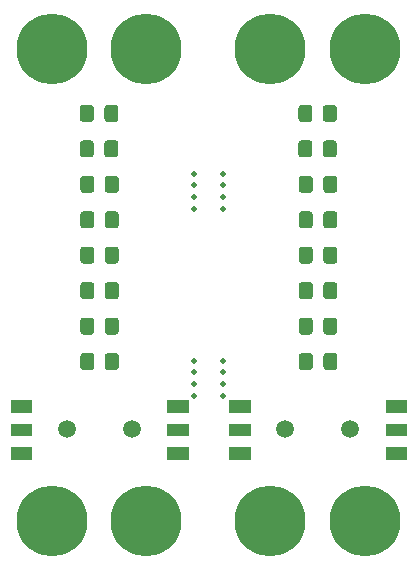
<source format=gbr>
G04 #@! TF.GenerationSoftware,KiCad,Pcbnew,5.1.10*
G04 #@! TF.CreationDate,2021-09-23T13:58:25+02:00*
G04 #@! TF.ProjectId,char-panel,63686172-2d70-4616-9e65-6c2e6b696361,rev?*
G04 #@! TF.SameCoordinates,Original*
G04 #@! TF.FileFunction,Soldermask,Bot*
G04 #@! TF.FilePolarity,Negative*
%FSLAX46Y46*%
G04 Gerber Fmt 4.6, Leading zero omitted, Abs format (unit mm)*
G04 Created by KiCad (PCBNEW 5.1.10) date 2021-09-23 13:58:25*
%MOMM*%
%LPD*%
G01*
G04 APERTURE LIST*
%ADD10C,0.100000*%
%ADD11C,0.500000*%
%ADD12C,6.000000*%
%ADD13C,1.500000*%
G04 APERTURE END LIST*
D10*
G36*
X83750010Y-88500001D02*
G01*
X82000010Y-88500001D01*
X82000010Y-87500001D01*
X83750010Y-87500001D01*
X83750010Y-88500001D01*
G37*
X83750010Y-88500001D02*
X82000010Y-88500001D01*
X82000010Y-87500001D01*
X83750010Y-87500001D01*
X83750010Y-88500001D01*
G36*
X83750010Y-86500001D02*
G01*
X82000010Y-86500001D01*
X82000010Y-85500001D01*
X83750010Y-85500001D01*
X83750010Y-86500001D01*
G37*
X83750010Y-86500001D02*
X82000010Y-86500001D01*
X82000010Y-85500001D01*
X83750010Y-85500001D01*
X83750010Y-86500001D01*
G36*
X83750010Y-84500001D02*
G01*
X82000010Y-84500001D01*
X82000010Y-83500001D01*
X83750010Y-83500001D01*
X83750010Y-84500001D01*
G37*
X83750010Y-84500001D02*
X82000010Y-84500001D01*
X82000010Y-83500001D01*
X83750010Y-83500001D01*
X83750010Y-84500001D01*
G36*
X70500010Y-88500001D02*
G01*
X68750010Y-88500001D01*
X68750010Y-87500001D01*
X70500010Y-87500001D01*
X70500010Y-88500001D01*
G37*
X70500010Y-88500001D02*
X68750010Y-88500001D01*
X68750010Y-87500001D01*
X70500010Y-87500001D01*
X70500010Y-88500001D01*
G36*
X70500010Y-84500001D02*
G01*
X68750010Y-84500001D01*
X68750010Y-83500001D01*
X70500010Y-83500001D01*
X70500010Y-84500001D01*
G37*
X70500010Y-84500001D02*
X68750010Y-84500001D01*
X68750010Y-83500001D01*
X70500010Y-83500001D01*
X70500010Y-84500001D01*
G36*
X70500010Y-86500001D02*
G01*
X68750010Y-86500001D01*
X68750010Y-85500001D01*
X70500010Y-85500001D01*
X70500010Y-86500001D01*
G37*
X70500010Y-86500001D02*
X68750010Y-86500001D01*
X68750010Y-85500001D01*
X70500010Y-85500001D01*
X70500010Y-86500001D01*
G36*
X65250001Y-88500001D02*
G01*
X63500001Y-88500001D01*
X63500001Y-87500001D01*
X65250001Y-87500001D01*
X65250001Y-88500001D01*
G37*
X65250001Y-88500001D02*
X63500001Y-88500001D01*
X63500001Y-87500001D01*
X65250001Y-87500001D01*
X65250001Y-88500001D01*
G36*
X65250001Y-86500001D02*
G01*
X63500001Y-86500001D01*
X63500001Y-85500001D01*
X65250001Y-85500001D01*
X65250001Y-86500001D01*
G37*
X65250001Y-86500001D02*
X63500001Y-86500001D01*
X63500001Y-85500001D01*
X65250001Y-85500001D01*
X65250001Y-86500001D01*
G36*
X65250001Y-84500001D02*
G01*
X63500001Y-84500001D01*
X63500001Y-83500001D01*
X65250001Y-83500001D01*
X65250001Y-84500001D01*
G37*
X65250001Y-84500001D02*
X63500001Y-84500001D01*
X63500001Y-83500001D01*
X65250001Y-83500001D01*
X65250001Y-84500001D01*
G36*
X52000001Y-88500001D02*
G01*
X50250001Y-88500001D01*
X50250001Y-87500001D01*
X52000001Y-87500001D01*
X52000001Y-88500001D01*
G37*
X52000001Y-88500001D02*
X50250001Y-88500001D01*
X50250001Y-87500001D01*
X52000001Y-87500001D01*
X52000001Y-88500001D01*
G36*
X52000001Y-84500001D02*
G01*
X50250001Y-84500001D01*
X50250001Y-83500001D01*
X52000001Y-83500001D01*
X52000001Y-84500001D01*
G37*
X52000001Y-84500001D02*
X50250001Y-84500001D01*
X50250001Y-83500001D01*
X52000001Y-83500001D01*
X52000001Y-84500001D01*
G36*
X52000001Y-86500001D02*
G01*
X50250001Y-86500001D01*
X50250001Y-85500001D01*
X52000001Y-85500001D01*
X52000001Y-86500001D01*
G37*
X52000001Y-86500001D02*
X50250001Y-86500001D01*
X50250001Y-85500001D01*
X52000001Y-85500001D01*
X52000001Y-86500001D01*
D11*
G04 #@! TO.C,REF\u002A\u002A*
X68249002Y-83166671D03*
G04 #@! TD*
G04 #@! TO.C,REF\u002A\u002A*
X68249003Y-82166671D03*
G04 #@! TD*
G04 #@! TO.C,REF\u002A\u002A*
X68249003Y-81166671D03*
G04 #@! TD*
G04 #@! TO.C,REF\u002A\u002A*
X68249003Y-80166671D03*
G04 #@! TD*
G04 #@! TO.C,REF\u002A\u002A*
X68249006Y-67333335D03*
G04 #@! TD*
G04 #@! TO.C,REF\u002A\u002A*
X68249006Y-66333335D03*
G04 #@! TD*
G04 #@! TO.C,REF\u002A\u002A*
X68249006Y-65333335D03*
G04 #@! TD*
G04 #@! TO.C,REF\u002A\u002A*
X68249007Y-64333335D03*
G04 #@! TD*
G04 #@! TO.C,REF\u002A\u002A*
X65751000Y-80166671D03*
G04 #@! TD*
G04 #@! TO.C,REF\u002A\u002A*
X65751000Y-81166671D03*
G04 #@! TD*
G04 #@! TO.C,REF\u002A\u002A*
X65751000Y-82166671D03*
G04 #@! TD*
G04 #@! TO.C,REF\u002A\u002A*
X65751000Y-83166671D03*
G04 #@! TD*
G04 #@! TO.C,REF\u002A\u002A*
X65751000Y-64333335D03*
G04 #@! TD*
G04 #@! TO.C,REF\u002A\u002A*
X65751000Y-65333335D03*
G04 #@! TD*
G04 #@! TO.C,REF\u002A\u002A*
X65751000Y-66333335D03*
G04 #@! TD*
G04 #@! TO.C,REF\u002A\u002A*
X65751000Y-67333335D03*
G04 #@! TD*
G04 #@! TO.C,C1*
G36*
G01*
X77875010Y-58775001D02*
X77875010Y-59725001D01*
G75*
G02*
X77625010Y-59975001I-250000J0D01*
G01*
X76950010Y-59975001D01*
G75*
G02*
X76700010Y-59725001I0J250000D01*
G01*
X76700010Y-58775001D01*
G75*
G02*
X76950010Y-58525001I250000J0D01*
G01*
X77625010Y-58525001D01*
G75*
G02*
X77875010Y-58775001I0J-250000D01*
G01*
G37*
G36*
G01*
X75800010Y-58775001D02*
X75800010Y-59725001D01*
G75*
G02*
X75550010Y-59975001I-250000J0D01*
G01*
X74875010Y-59975001D01*
G75*
G02*
X74625010Y-59725001I0J250000D01*
G01*
X74625010Y-58775001D01*
G75*
G02*
X74875010Y-58525001I250000J0D01*
G01*
X75550010Y-58525001D01*
G75*
G02*
X75800010Y-58775001I0J-250000D01*
G01*
G37*
G04 #@! TD*
G04 #@! TO.C,C2*
G36*
G01*
X77875010Y-61775001D02*
X77875010Y-62725001D01*
G75*
G02*
X77625010Y-62975001I-250000J0D01*
G01*
X76950010Y-62975001D01*
G75*
G02*
X76700010Y-62725001I0J250000D01*
G01*
X76700010Y-61775001D01*
G75*
G02*
X76950010Y-61525001I250000J0D01*
G01*
X77625010Y-61525001D01*
G75*
G02*
X77875010Y-61775001I0J-250000D01*
G01*
G37*
G36*
G01*
X75800010Y-61775001D02*
X75800010Y-62725001D01*
G75*
G02*
X75550010Y-62975001I-250000J0D01*
G01*
X74875010Y-62975001D01*
G75*
G02*
X74625010Y-62725001I0J250000D01*
G01*
X74625010Y-61775001D01*
G75*
G02*
X74875010Y-61525001I250000J0D01*
G01*
X75550010Y-61525001D01*
G75*
G02*
X75800010Y-61775001I0J-250000D01*
G01*
G37*
G04 #@! TD*
G04 #@! TO.C,C3*
G36*
G01*
X77912510Y-64775001D02*
X77912510Y-65725001D01*
G75*
G02*
X77662510Y-65975001I-250000J0D01*
G01*
X76987510Y-65975001D01*
G75*
G02*
X76737510Y-65725001I0J250000D01*
G01*
X76737510Y-64775001D01*
G75*
G02*
X76987510Y-64525001I250000J0D01*
G01*
X77662510Y-64525001D01*
G75*
G02*
X77912510Y-64775001I0J-250000D01*
G01*
G37*
G36*
G01*
X75837510Y-64775001D02*
X75837510Y-65725001D01*
G75*
G02*
X75587510Y-65975001I-250000J0D01*
G01*
X74912510Y-65975001D01*
G75*
G02*
X74662510Y-65725001I0J250000D01*
G01*
X74662510Y-64775001D01*
G75*
G02*
X74912510Y-64525001I250000J0D01*
G01*
X75587510Y-64525001D01*
G75*
G02*
X75837510Y-64775001I0J-250000D01*
G01*
G37*
G04 #@! TD*
G04 #@! TO.C,C4*
G36*
G01*
X77912510Y-67775001D02*
X77912510Y-68725001D01*
G75*
G02*
X77662510Y-68975001I-250000J0D01*
G01*
X76987510Y-68975001D01*
G75*
G02*
X76737510Y-68725001I0J250000D01*
G01*
X76737510Y-67775001D01*
G75*
G02*
X76987510Y-67525001I250000J0D01*
G01*
X77662510Y-67525001D01*
G75*
G02*
X77912510Y-67775001I0J-250000D01*
G01*
G37*
G36*
G01*
X75837510Y-67775001D02*
X75837510Y-68725001D01*
G75*
G02*
X75587510Y-68975001I-250000J0D01*
G01*
X74912510Y-68975001D01*
G75*
G02*
X74662510Y-68725001I0J250000D01*
G01*
X74662510Y-67775001D01*
G75*
G02*
X74912510Y-67525001I250000J0D01*
G01*
X75587510Y-67525001D01*
G75*
G02*
X75837510Y-67775001I0J-250000D01*
G01*
G37*
G04 #@! TD*
G04 #@! TO.C,C5*
G36*
G01*
X77912510Y-70775001D02*
X77912510Y-71725001D01*
G75*
G02*
X77662510Y-71975001I-250000J0D01*
G01*
X76987510Y-71975001D01*
G75*
G02*
X76737510Y-71725001I0J250000D01*
G01*
X76737510Y-70775001D01*
G75*
G02*
X76987510Y-70525001I250000J0D01*
G01*
X77662510Y-70525001D01*
G75*
G02*
X77912510Y-70775001I0J-250000D01*
G01*
G37*
G36*
G01*
X75837510Y-70775001D02*
X75837510Y-71725001D01*
G75*
G02*
X75587510Y-71975001I-250000J0D01*
G01*
X74912510Y-71975001D01*
G75*
G02*
X74662510Y-71725001I0J250000D01*
G01*
X74662510Y-70775001D01*
G75*
G02*
X74912510Y-70525001I250000J0D01*
G01*
X75587510Y-70525001D01*
G75*
G02*
X75837510Y-70775001I0J-250000D01*
G01*
G37*
G04 #@! TD*
G04 #@! TO.C,C6*
G36*
G01*
X77912510Y-73775001D02*
X77912510Y-74725001D01*
G75*
G02*
X77662510Y-74975001I-250000J0D01*
G01*
X76987510Y-74975001D01*
G75*
G02*
X76737510Y-74725001I0J250000D01*
G01*
X76737510Y-73775001D01*
G75*
G02*
X76987510Y-73525001I250000J0D01*
G01*
X77662510Y-73525001D01*
G75*
G02*
X77912510Y-73775001I0J-250000D01*
G01*
G37*
G36*
G01*
X75837510Y-73775001D02*
X75837510Y-74725001D01*
G75*
G02*
X75587510Y-74975001I-250000J0D01*
G01*
X74912510Y-74975001D01*
G75*
G02*
X74662510Y-74725001I0J250000D01*
G01*
X74662510Y-73775001D01*
G75*
G02*
X74912510Y-73525001I250000J0D01*
G01*
X75587510Y-73525001D01*
G75*
G02*
X75837510Y-73775001I0J-250000D01*
G01*
G37*
G04 #@! TD*
G04 #@! TO.C,C7*
G36*
G01*
X77912510Y-76775001D02*
X77912510Y-77725001D01*
G75*
G02*
X77662510Y-77975001I-250000J0D01*
G01*
X76987510Y-77975001D01*
G75*
G02*
X76737510Y-77725001I0J250000D01*
G01*
X76737510Y-76775001D01*
G75*
G02*
X76987510Y-76525001I250000J0D01*
G01*
X77662510Y-76525001D01*
G75*
G02*
X77912510Y-76775001I0J-250000D01*
G01*
G37*
G36*
G01*
X75837510Y-76775001D02*
X75837510Y-77725001D01*
G75*
G02*
X75587510Y-77975001I-250000J0D01*
G01*
X74912510Y-77975001D01*
G75*
G02*
X74662510Y-77725001I0J250000D01*
G01*
X74662510Y-76775001D01*
G75*
G02*
X74912510Y-76525001I250000J0D01*
G01*
X75587510Y-76525001D01*
G75*
G02*
X75837510Y-76775001I0J-250000D01*
G01*
G37*
G04 #@! TD*
G04 #@! TO.C,C8*
G36*
G01*
X77912510Y-79775001D02*
X77912510Y-80725001D01*
G75*
G02*
X77662510Y-80975001I-250000J0D01*
G01*
X76987510Y-80975001D01*
G75*
G02*
X76737510Y-80725001I0J250000D01*
G01*
X76737510Y-79775001D01*
G75*
G02*
X76987510Y-79525001I250000J0D01*
G01*
X77662510Y-79525001D01*
G75*
G02*
X77912510Y-79775001I0J-250000D01*
G01*
G37*
G36*
G01*
X75837510Y-79775001D02*
X75837510Y-80725001D01*
G75*
G02*
X75587510Y-80975001I-250000J0D01*
G01*
X74912510Y-80975001D01*
G75*
G02*
X74662510Y-80725001I0J250000D01*
G01*
X74662510Y-79775001D01*
G75*
G02*
X74912510Y-79525001I250000J0D01*
G01*
X75587510Y-79525001D01*
G75*
G02*
X75837510Y-79775001I0J-250000D01*
G01*
G37*
G04 #@! TD*
D12*
G04 #@! TO.C,J1*
X72250010Y-53750001D03*
X80250010Y-53750001D03*
G04 #@! TD*
G04 #@! TO.C,J2*
X72250010Y-93750001D03*
X80250010Y-93750001D03*
G04 #@! TD*
D13*
G04 #@! TO.C,TP1*
X79000010Y-86000001D03*
G04 #@! TD*
G04 #@! TO.C,TP2*
X73500010Y-86000001D03*
G04 #@! TD*
G04 #@! TO.C,C1*
G36*
G01*
X59375001Y-58775001D02*
X59375001Y-59725001D01*
G75*
G02*
X59125001Y-59975001I-250000J0D01*
G01*
X58450001Y-59975001D01*
G75*
G02*
X58200001Y-59725001I0J250000D01*
G01*
X58200001Y-58775001D01*
G75*
G02*
X58450001Y-58525001I250000J0D01*
G01*
X59125001Y-58525001D01*
G75*
G02*
X59375001Y-58775001I0J-250000D01*
G01*
G37*
G36*
G01*
X57300001Y-58775001D02*
X57300001Y-59725001D01*
G75*
G02*
X57050001Y-59975001I-250000J0D01*
G01*
X56375001Y-59975001D01*
G75*
G02*
X56125001Y-59725001I0J250000D01*
G01*
X56125001Y-58775001D01*
G75*
G02*
X56375001Y-58525001I250000J0D01*
G01*
X57050001Y-58525001D01*
G75*
G02*
X57300001Y-58775001I0J-250000D01*
G01*
G37*
G04 #@! TD*
G04 #@! TO.C,C2*
G36*
G01*
X59375001Y-61775001D02*
X59375001Y-62725001D01*
G75*
G02*
X59125001Y-62975001I-250000J0D01*
G01*
X58450001Y-62975001D01*
G75*
G02*
X58200001Y-62725001I0J250000D01*
G01*
X58200001Y-61775001D01*
G75*
G02*
X58450001Y-61525001I250000J0D01*
G01*
X59125001Y-61525001D01*
G75*
G02*
X59375001Y-61775001I0J-250000D01*
G01*
G37*
G36*
G01*
X57300001Y-61775001D02*
X57300001Y-62725001D01*
G75*
G02*
X57050001Y-62975001I-250000J0D01*
G01*
X56375001Y-62975001D01*
G75*
G02*
X56125001Y-62725001I0J250000D01*
G01*
X56125001Y-61775001D01*
G75*
G02*
X56375001Y-61525001I250000J0D01*
G01*
X57050001Y-61525001D01*
G75*
G02*
X57300001Y-61775001I0J-250000D01*
G01*
G37*
G04 #@! TD*
G04 #@! TO.C,C3*
G36*
G01*
X59412501Y-64775001D02*
X59412501Y-65725001D01*
G75*
G02*
X59162501Y-65975001I-250000J0D01*
G01*
X58487501Y-65975001D01*
G75*
G02*
X58237501Y-65725001I0J250000D01*
G01*
X58237501Y-64775001D01*
G75*
G02*
X58487501Y-64525001I250000J0D01*
G01*
X59162501Y-64525001D01*
G75*
G02*
X59412501Y-64775001I0J-250000D01*
G01*
G37*
G36*
G01*
X57337501Y-64775001D02*
X57337501Y-65725001D01*
G75*
G02*
X57087501Y-65975001I-250000J0D01*
G01*
X56412501Y-65975001D01*
G75*
G02*
X56162501Y-65725001I0J250000D01*
G01*
X56162501Y-64775001D01*
G75*
G02*
X56412501Y-64525001I250000J0D01*
G01*
X57087501Y-64525001D01*
G75*
G02*
X57337501Y-64775001I0J-250000D01*
G01*
G37*
G04 #@! TD*
G04 #@! TO.C,C4*
G36*
G01*
X59412501Y-67775001D02*
X59412501Y-68725001D01*
G75*
G02*
X59162501Y-68975001I-250000J0D01*
G01*
X58487501Y-68975001D01*
G75*
G02*
X58237501Y-68725001I0J250000D01*
G01*
X58237501Y-67775001D01*
G75*
G02*
X58487501Y-67525001I250000J0D01*
G01*
X59162501Y-67525001D01*
G75*
G02*
X59412501Y-67775001I0J-250000D01*
G01*
G37*
G36*
G01*
X57337501Y-67775001D02*
X57337501Y-68725001D01*
G75*
G02*
X57087501Y-68975001I-250000J0D01*
G01*
X56412501Y-68975001D01*
G75*
G02*
X56162501Y-68725001I0J250000D01*
G01*
X56162501Y-67775001D01*
G75*
G02*
X56412501Y-67525001I250000J0D01*
G01*
X57087501Y-67525001D01*
G75*
G02*
X57337501Y-67775001I0J-250000D01*
G01*
G37*
G04 #@! TD*
G04 #@! TO.C,C5*
G36*
G01*
X59412501Y-70775001D02*
X59412501Y-71725001D01*
G75*
G02*
X59162501Y-71975001I-250000J0D01*
G01*
X58487501Y-71975001D01*
G75*
G02*
X58237501Y-71725001I0J250000D01*
G01*
X58237501Y-70775001D01*
G75*
G02*
X58487501Y-70525001I250000J0D01*
G01*
X59162501Y-70525001D01*
G75*
G02*
X59412501Y-70775001I0J-250000D01*
G01*
G37*
G36*
G01*
X57337501Y-70775001D02*
X57337501Y-71725001D01*
G75*
G02*
X57087501Y-71975001I-250000J0D01*
G01*
X56412501Y-71975001D01*
G75*
G02*
X56162501Y-71725001I0J250000D01*
G01*
X56162501Y-70775001D01*
G75*
G02*
X56412501Y-70525001I250000J0D01*
G01*
X57087501Y-70525001D01*
G75*
G02*
X57337501Y-70775001I0J-250000D01*
G01*
G37*
G04 #@! TD*
G04 #@! TO.C,C6*
G36*
G01*
X59412501Y-73775001D02*
X59412501Y-74725001D01*
G75*
G02*
X59162501Y-74975001I-250000J0D01*
G01*
X58487501Y-74975001D01*
G75*
G02*
X58237501Y-74725001I0J250000D01*
G01*
X58237501Y-73775001D01*
G75*
G02*
X58487501Y-73525001I250000J0D01*
G01*
X59162501Y-73525001D01*
G75*
G02*
X59412501Y-73775001I0J-250000D01*
G01*
G37*
G36*
G01*
X57337501Y-73775001D02*
X57337501Y-74725001D01*
G75*
G02*
X57087501Y-74975001I-250000J0D01*
G01*
X56412501Y-74975001D01*
G75*
G02*
X56162501Y-74725001I0J250000D01*
G01*
X56162501Y-73775001D01*
G75*
G02*
X56412501Y-73525001I250000J0D01*
G01*
X57087501Y-73525001D01*
G75*
G02*
X57337501Y-73775001I0J-250000D01*
G01*
G37*
G04 #@! TD*
G04 #@! TO.C,C7*
G36*
G01*
X59412501Y-76775001D02*
X59412501Y-77725001D01*
G75*
G02*
X59162501Y-77975001I-250000J0D01*
G01*
X58487501Y-77975001D01*
G75*
G02*
X58237501Y-77725001I0J250000D01*
G01*
X58237501Y-76775001D01*
G75*
G02*
X58487501Y-76525001I250000J0D01*
G01*
X59162501Y-76525001D01*
G75*
G02*
X59412501Y-76775001I0J-250000D01*
G01*
G37*
G36*
G01*
X57337501Y-76775001D02*
X57337501Y-77725001D01*
G75*
G02*
X57087501Y-77975001I-250000J0D01*
G01*
X56412501Y-77975001D01*
G75*
G02*
X56162501Y-77725001I0J250000D01*
G01*
X56162501Y-76775001D01*
G75*
G02*
X56412501Y-76525001I250000J0D01*
G01*
X57087501Y-76525001D01*
G75*
G02*
X57337501Y-76775001I0J-250000D01*
G01*
G37*
G04 #@! TD*
G04 #@! TO.C,C8*
G36*
G01*
X59412501Y-79775001D02*
X59412501Y-80725001D01*
G75*
G02*
X59162501Y-80975001I-250000J0D01*
G01*
X58487501Y-80975001D01*
G75*
G02*
X58237501Y-80725001I0J250000D01*
G01*
X58237501Y-79775001D01*
G75*
G02*
X58487501Y-79525001I250000J0D01*
G01*
X59162501Y-79525001D01*
G75*
G02*
X59412501Y-79775001I0J-250000D01*
G01*
G37*
G36*
G01*
X57337501Y-79775001D02*
X57337501Y-80725001D01*
G75*
G02*
X57087501Y-80975001I-250000J0D01*
G01*
X56412501Y-80975001D01*
G75*
G02*
X56162501Y-80725001I0J250000D01*
G01*
X56162501Y-79775001D01*
G75*
G02*
X56412501Y-79525001I250000J0D01*
G01*
X57087501Y-79525001D01*
G75*
G02*
X57337501Y-79775001I0J-250000D01*
G01*
G37*
G04 #@! TD*
D12*
G04 #@! TO.C,J1*
X53750001Y-53750001D03*
X61750001Y-53750001D03*
G04 #@! TD*
G04 #@! TO.C,J2*
X53750001Y-93750001D03*
X61750001Y-93750001D03*
G04 #@! TD*
D13*
G04 #@! TO.C,TP1*
X60500001Y-86000001D03*
G04 #@! TD*
G04 #@! TO.C,TP2*
X55000001Y-86000001D03*
G04 #@! TD*
M02*

</source>
